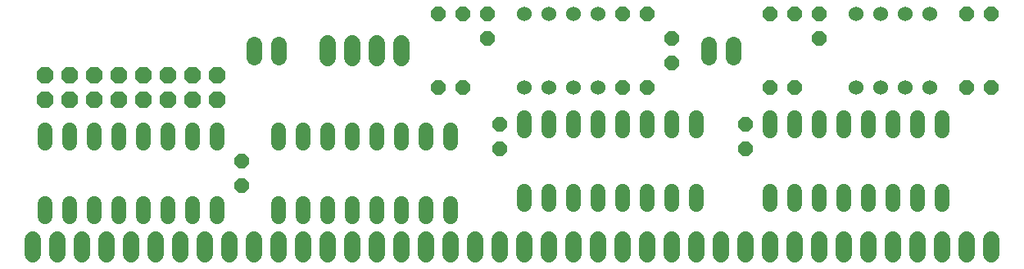
<source format=gts>
G75*
%MOIN*%
%OFA0B0*%
%FSLAX24Y24*%
%IPPOS*%
%LPD*%
%AMOC8*
5,1,8,0,0,1.08239X$1,22.5*
%
%ADD10C,0.0600*%
%ADD11OC8,0.0680*%
%ADD12C,0.0680*%
%ADD13OC8,0.0600*%
%ADD14C,0.0600*%
%ADD15C,0.0640*%
D10*
X001180Y002420D02*
X001180Y002940D01*
X002180Y002940D02*
X002180Y002420D01*
X003180Y002420D02*
X003180Y002940D01*
X004180Y002940D02*
X004180Y002420D01*
X005180Y002420D02*
X005180Y002940D01*
X006180Y002940D02*
X006180Y002420D01*
X007180Y002420D02*
X007180Y002940D01*
X008180Y002940D02*
X008180Y002420D01*
X010680Y002420D02*
X010680Y002940D01*
X011680Y002940D02*
X011680Y002420D01*
X012680Y002420D02*
X012680Y002940D01*
X013680Y002940D02*
X013680Y002420D01*
X014680Y002420D02*
X014680Y002940D01*
X015680Y002940D02*
X015680Y002420D01*
X016680Y002420D02*
X016680Y002940D01*
X017680Y002940D02*
X017680Y002420D01*
X020680Y002920D02*
X020680Y003440D01*
X021680Y003440D02*
X021680Y002920D01*
X022680Y002920D02*
X022680Y003440D01*
X023680Y003440D02*
X023680Y002920D01*
X024680Y002920D02*
X024680Y003440D01*
X025680Y003440D02*
X025680Y002920D01*
X026680Y002920D02*
X026680Y003440D01*
X027680Y003440D02*
X027680Y002920D01*
X030680Y002920D02*
X030680Y003440D01*
X031680Y003440D02*
X031680Y002920D01*
X032680Y002920D02*
X032680Y003440D01*
X033680Y003440D02*
X033680Y002920D01*
X034680Y002920D02*
X034680Y003440D01*
X035680Y003440D02*
X035680Y002920D01*
X036680Y002920D02*
X036680Y003440D01*
X037680Y003440D02*
X037680Y002920D01*
X037680Y005920D02*
X037680Y006440D01*
X036680Y006440D02*
X036680Y005920D01*
X035680Y005920D02*
X035680Y006440D01*
X034680Y006440D02*
X034680Y005920D01*
X033680Y005920D02*
X033680Y006440D01*
X032680Y006440D02*
X032680Y005920D01*
X031680Y005920D02*
X031680Y006440D01*
X030680Y006440D02*
X030680Y005920D01*
X027680Y005920D02*
X027680Y006440D01*
X026680Y006440D02*
X026680Y005920D01*
X025680Y005920D02*
X025680Y006440D01*
X024680Y006440D02*
X024680Y005920D01*
X023680Y005920D02*
X023680Y006440D01*
X022680Y006440D02*
X022680Y005920D01*
X021680Y005920D02*
X021680Y006440D01*
X020680Y006440D02*
X020680Y005920D01*
X017680Y005940D02*
X017680Y005420D01*
X016680Y005420D02*
X016680Y005940D01*
X015680Y005940D02*
X015680Y005420D01*
X014680Y005420D02*
X014680Y005940D01*
X013680Y005940D02*
X013680Y005420D01*
X012680Y005420D02*
X012680Y005940D01*
X011680Y005940D02*
X011680Y005420D01*
X010680Y005420D02*
X010680Y005940D01*
X008180Y005940D02*
X008180Y005420D01*
X007180Y005420D02*
X007180Y005940D01*
X006180Y005940D02*
X006180Y005420D01*
X005180Y005420D02*
X005180Y005940D01*
X004180Y005940D02*
X004180Y005420D01*
X003180Y005420D02*
X003180Y005940D01*
X002180Y005940D02*
X002180Y005420D01*
X001180Y005420D02*
X001180Y005940D01*
D11*
X001180Y007180D03*
X002180Y007180D03*
X003180Y007180D03*
X004180Y007180D03*
X005180Y007180D03*
X006180Y007180D03*
X007180Y007180D03*
X008180Y007180D03*
X008180Y008180D03*
X007180Y008180D03*
X006180Y008180D03*
X005180Y008180D03*
X004180Y008180D03*
X003180Y008180D03*
X002180Y008180D03*
X001180Y008180D03*
D12*
X000680Y001480D02*
X000680Y000880D01*
X001680Y000880D02*
X001680Y001480D01*
X002680Y001480D02*
X002680Y000880D01*
X003680Y000880D02*
X003680Y001480D01*
X004680Y001480D02*
X004680Y000880D01*
X005680Y000880D02*
X005680Y001480D01*
X006680Y001480D02*
X006680Y000880D01*
X007680Y000880D02*
X007680Y001480D01*
X008680Y001480D02*
X008680Y000880D01*
X009680Y000880D02*
X009680Y001480D01*
X010680Y001480D02*
X010680Y000880D01*
X011680Y000880D02*
X011680Y001480D01*
X012680Y001480D02*
X012680Y000880D01*
X013680Y000880D02*
X013680Y001480D01*
X014680Y001480D02*
X014680Y000880D01*
X015680Y000880D02*
X015680Y001480D01*
X016680Y001480D02*
X016680Y000880D01*
X017680Y000880D02*
X017680Y001480D01*
X018680Y001480D02*
X018680Y000880D01*
X019680Y000880D02*
X019680Y001480D01*
X020680Y001480D02*
X020680Y000880D01*
X021680Y000880D02*
X021680Y001480D01*
X022680Y001480D02*
X022680Y000880D01*
X023680Y000880D02*
X023680Y001480D01*
X024680Y001480D02*
X024680Y000880D01*
X025680Y000880D02*
X025680Y001480D01*
X026680Y001480D02*
X026680Y000880D01*
X027680Y000880D02*
X027680Y001480D01*
X028680Y001480D02*
X028680Y000880D01*
X029680Y000880D02*
X029680Y001480D01*
X030680Y001480D02*
X030680Y000880D01*
X031680Y000880D02*
X031680Y001480D01*
X032680Y001480D02*
X032680Y000880D01*
X033680Y000880D02*
X033680Y001480D01*
X034680Y001480D02*
X034680Y000880D01*
X035680Y000880D02*
X035680Y001480D01*
X036680Y001480D02*
X036680Y000880D01*
X037680Y000880D02*
X037680Y001480D01*
X038680Y001480D02*
X038680Y000880D01*
X039680Y000880D02*
X039680Y001480D01*
X015680Y008880D02*
X015680Y009480D01*
X014680Y009480D02*
X014680Y008880D01*
X013680Y008880D02*
X013680Y009480D01*
X012680Y009480D02*
X012680Y008880D01*
D13*
X017180Y007680D03*
X018180Y007680D03*
X019680Y006180D03*
X019680Y005180D03*
X024680Y007680D03*
X025680Y007680D03*
X026680Y008680D03*
X026680Y009680D03*
X025680Y010680D03*
X024680Y010680D03*
X019180Y010680D03*
X018180Y010680D03*
X017180Y010680D03*
X019180Y009680D03*
X030680Y010680D03*
X031680Y010680D03*
X032680Y010680D03*
X032680Y009680D03*
X038680Y010680D03*
X039680Y010680D03*
X039680Y007680D03*
X038680Y007680D03*
X031680Y007680D03*
X030680Y007680D03*
X029680Y006180D03*
X029680Y005180D03*
X009180Y004680D03*
X009180Y003680D03*
D14*
X020680Y007680D03*
X021680Y007680D03*
X022680Y007680D03*
X023680Y007680D03*
X023680Y010680D03*
X022680Y010680D03*
X021680Y010680D03*
X020680Y010680D03*
X034180Y010680D03*
X035180Y010680D03*
X036180Y010680D03*
X037180Y010680D03*
X037180Y007680D03*
X036180Y007680D03*
X035180Y007680D03*
X034180Y007680D03*
D15*
X029180Y008900D02*
X029180Y009460D01*
X028180Y009460D02*
X028180Y008900D01*
X010680Y008900D02*
X010680Y009460D01*
X009680Y009460D02*
X009680Y008900D01*
M02*

</source>
